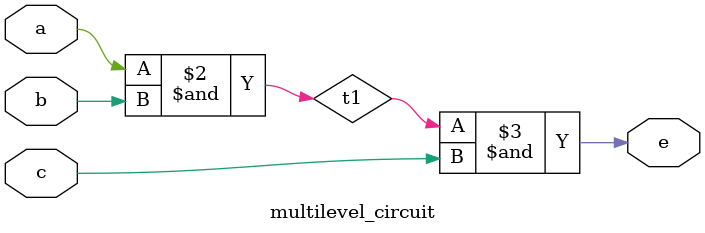
<source format=v>
/*
module multilevel_circuit (
    a,
    b,
    c,
    e
);
  input a, b, c;
  output e;
  wire d;
  assign d = a & b;
  assign e = d | c;
endmodule
*/

module multilevel_circuit (
    a,
    b,
    c,
    e
);
  input a, b, c;
  output e;
  reg t1, e;
  always @(a, b, c) begin
      t1 = a & b;
      e = t1 & c;
  end
endmodule

</source>
